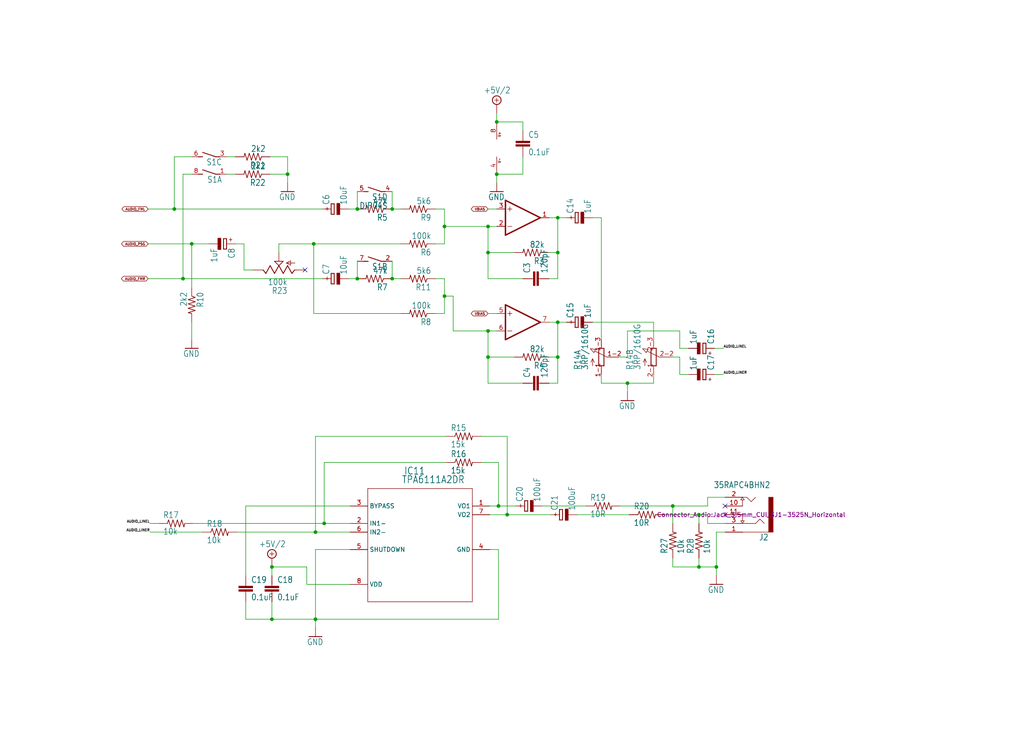
<source format=kicad_sch>
(kicad_sch (version 20230121) (generator eeschema)
  (paper "User" 298.45 217.881)
  (lib_symbols
    (symbol "MegaGRRLDesktop-eagle-import:+5V{slash}2" (power)
      (property "Value" "+5V{slash}2" (at -3.81 3.175 0))
      (symbol "+5V{slash}2_1_0"
        (polyline (pts (xy -0.635 1.27) (xy 0.635 1.27)) (stroke (width 0.1524)))
        (polyline (pts (xy 0 0.635) (xy 0 1.905)) (stroke (width 0.1524)))
        (circle (center 0 1.27) (radius 1.27) (stroke (width 0.254)))
        (pin power_in line (at 0 -2.54 90) (length 2.54) (name "+5V/2") (number "1"))
      )
    )
    (symbol "MegaGRRLDesktop-eagle-import:35RAPC4BHN2"
      (property "Reference" "J" (at -5.0897 5.5987 0))
      (property "Value" "35RAPC4BHN2" (at -5.0915 -7.6373 0))
      (symbol "35RAPC4BHN2_1_0"
        (rectangle (start -6.3704 -5.0963) (end -5.08 5.08) (fill (type outline)))
        (polyline (pts (xy -2.54 1.27) (xy -3.81 2.54)) (stroke (width 0.1524)))
        (polyline (pts (xy -1.27 -5.08) (xy 0 -3.81)) (stroke (width 0.1524)))
        (polyline (pts (xy -1.27 2.54) (xy -2.54 1.27)) (stroke (width 0.1524)))
        (polyline (pts (xy 0 -3.81) (xy 1.27 -5.08)) (stroke (width 0.1524)))
        (polyline (pts (xy 1.27 -5.08) (xy 2.54 -5.08)) (stroke (width 0.1524)))
        (polyline (pts (xy 2.032 -4.318) (xy 2.54 -5.08)) (stroke (width 0.1524)))
        (polyline (pts (xy 2.032 1.778) (xy 2.54 1.778)) (stroke (width 0.1524)))
        (polyline (pts (xy 2.54 -5.08) (xy 3.048 -4.318)) (stroke (width 0.1524)))
        (polyline (pts (xy 2.54 -4.318) (xy 2.032 -4.318)) (stroke (width 0.1524)))
        (polyline (pts (xy 2.54 -4.318) (xy 2.54 -2.54)) (stroke (width 0.1524)))
        (polyline (pts (xy 2.54 1.778) (xy 2.54 0)) (stroke (width 0.1524)))
        (polyline (pts (xy 2.54 1.778) (xy 3.048 1.778)) (stroke (width 0.1524)))
        (polyline (pts (xy 2.54 2.54) (xy -1.27 2.54)) (stroke (width 0.1524)))
        (polyline (pts (xy 2.54 2.54) (xy 2.032 1.778)) (stroke (width 0.1524)))
        (polyline (pts (xy 2.54 5.08) (xy -5.08 5.08)) (stroke (width 0.1524)))
        (polyline (pts (xy 3.048 -4.318) (xy 2.54 -4.318)) (stroke (width 0.1524)))
        (polyline (pts (xy 3.048 1.778) (xy 2.54 2.54)) (stroke (width 0.1524)))
        (polyline (pts (xy 3.81 2.54) (xy 2.54 2.54)) (stroke (width 0.1524)))
        (pin passive line (at 7.62 5.08 180) (length 5.08) (name "SLEEVE") (number "1"))
        (pin passive line (at 7.62 -2.54 180) (length 5.08) (name "TSH") (number "10"))
        (pin passive line (at 7.62 0 180) (length 5.08) (name "RSH") (number "11"))
        (pin passive line (at 7.62 -5.08 180) (length 5.08) (name "TIP") (number "2"))
        (pin passive line (at 7.62 2.54 180) (length 5.08) (name "RING") (number "3"))
      )
    )
    (symbol "MegaGRRLDesktop-eagle-import:3RP{slash}1610G"
      (property "Reference" "R" (at -5.969 -3.81 90))
      (property "Value" "3RP{slash}1610G" (at -3.81 -3.81 90))
      (symbol "3RP{slash}1610G_1_0"
        (polyline (pts (xy -3.1989 2.4495) (xy -1.7018 2.2352)) (stroke (width 0.1524)))
        (polyline (pts (xy -2.54 -2.54) (xy -2.54 -0.508)) (stroke (width 0.1524)))
        (polyline (pts (xy -2.54 -0.508) (xy -3.048 -1.524)) (stroke (width 0.1524)))
        (polyline (pts (xy -2.54 -0.508) (xy -2.032 -1.524)) (stroke (width 0.1524)))
        (polyline (pts (xy -2.1597 1.2939) (xy -3.1989 2.4495)) (stroke (width 0.1524)))
        (polyline (pts (xy -2.1597 1.2939) (xy -1.7018 2.2352)) (stroke (width 0.1524)))
        (polyline (pts (xy -0.762 -2.54) (xy 0.762 -2.54)) (stroke (width 0.254)))
        (polyline (pts (xy -0.762 2.54) (xy -0.762 -2.54)) (stroke (width 0.254)))
        (polyline (pts (xy 0.762 -2.54) (xy 0.762 2.54)) (stroke (width 0.254)))
        (polyline (pts (xy 0.762 2.54) (xy -0.762 2.54)) (stroke (width 0.254)))
        (polyline (pts (xy 1.651 0) (xy -1.8796 1.7526)) (stroke (width 0.1524)))
        (polyline (pts (xy 2.54 0) (xy 1.651 0)) (stroke (width 0.1524)))
        (pin passive line (at 0 -5.08 90) (length 2.54) (name "A") (number "1-1"))
        (pin passive line (at 5.08 0 180) (length 2.54) (name "S") (number "1-2"))
        (pin passive line (at 0 5.08 270) (length 2.54) (name "E") (number "1-3"))
      )
      (symbol "3RP{slash}1610G_2_0"
        (polyline (pts (xy -3.1989 2.4495) (xy -1.7018 2.2352)) (stroke (width 0.1524)))
        (polyline (pts (xy -2.54 -2.54) (xy -2.54 -0.508)) (stroke (width 0.1524)))
        (polyline (pts (xy -2.54 -0.508) (xy -3.048 -1.524)) (stroke (width 0.1524)))
        (polyline (pts (xy -2.54 -0.508) (xy -2.032 -1.524)) (stroke (width 0.1524)))
        (polyline (pts (xy -2.1597 1.2939) (xy -3.1989 2.4495)) (stroke (width 0.1524)))
        (polyline (pts (xy -2.1597 1.2939) (xy -1.7018 2.2352)) (stroke (width 0.1524)))
        (polyline (pts (xy -0.762 -2.54) (xy 0.762 -2.54)) (stroke (width 0.254)))
        (polyline (pts (xy -0.762 2.54) (xy -0.762 -2.54)) (stroke (width 0.254)))
        (polyline (pts (xy 0.762 -2.54) (xy 0.762 2.54)) (stroke (width 0.254)))
        (polyline (pts (xy 0.762 2.54) (xy -0.762 2.54)) (stroke (width 0.254)))
        (polyline (pts (xy 1.651 0) (xy -1.8796 1.7526)) (stroke (width 0.1524)))
        (polyline (pts (xy 2.54 0) (xy 1.651 0)) (stroke (width 0.1524)))
        (pin passive line (at 0 -5.08 90) (length 2.54) (name "A") (number "2-1"))
        (pin passive line (at 5.08 0 180) (length 2.54) (name "S") (number "2-2"))
        (pin passive line (at 0 5.08 270) (length 2.54) (name "E") (number "2-3"))
      )
    )
    (symbol "MegaGRRLDesktop-eagle-import:C-EU025-024X044"
      (property "Reference" "C" (at 1.524 0.381 0))
      (property "Value" "C-EU025-024X044" (at 1.524 -4.699 0))
      (symbol "C-EU025-024X044_1_0"
        (rectangle (start -2.032 -2.032) (end 2.032 -1.524) (fill (type outline)))
        (rectangle (start -2.032 -1.016) (end 2.032 -0.508) (fill (type outline)))
        (polyline (pts (xy 0 -2.54) (xy 0 -2.032)) (stroke (width 0.1524)))
        (polyline (pts (xy 0 0) (xy 0 -0.508)) (stroke (width 0.1524)))
        (pin passive line (at 0 2.54 270) (length 2.54) (name "1") (number "1"))
        (pin passive line (at 0 -5.08 90) (length 2.54) (name "2") (number "2"))
      )
    )
    (symbol "MegaGRRLDesktop-eagle-import:CPOL-EUE2-4"
      (property "Reference" "C" (at 1.143 0.4826 0))
      (property "Value" "CPOL-EUE2-4" (at 1.143 -4.5974 0))
      (symbol "CPOL-EUE2-4_1_0"
        (rectangle (start -1.651 -2.54) (end 1.651 -1.651) (fill (type outline)))
        (polyline (pts (xy -1.524 -0.889) (xy 1.524 -0.889)) (stroke (width 0.254)))
        (polyline (pts (xy -1.524 0) (xy -1.524 -0.889)) (stroke (width 0.254)))
        (polyline (pts (xy -1.524 0) (xy 1.524 0)) (stroke (width 0.254)))
        (polyline (pts (xy 1.524 -0.889) (xy 1.524 0)) (stroke (width 0.254)))
        (text "+" (at -0.5842 0.4064 900) (effects (font (size 1.27 1.0795)) (justify left bottom)))
        (pin passive line (at 0 2.54 270) (length 2.54) (name "+") (number "+"))
        (pin passive line (at 0 -5.08 90) (length 2.54) (name "-") (number "-"))
      )
    )
    (symbol "MegaGRRLDesktop-eagle-import:CPOL-EUE2.5-5"
      (property "Reference" "C" (at 1.143 0.4826 0))
      (property "Value" "CPOL-EUE2.5-5" (at 1.143 -4.5974 0))
      (symbol "CPOL-EUE2.5-5_1_0"
        (rectangle (start -1.651 -2.54) (end 1.651 -1.651) (fill (type outline)))
        (polyline (pts (xy -1.524 -0.889) (xy 1.524 -0.889)) (stroke (width 0.254)))
        (polyline (pts (xy -1.524 0) (xy -1.524 -0.889)) (stroke (width 0.254)))
        (polyline (pts (xy -1.524 0) (xy 1.524 0)) (stroke (width 0.254)))
        (polyline (pts (xy 1.524 -0.889) (xy 1.524 0)) (stroke (width 0.254)))
        (text "+" (at -0.5842 0.4064 900) (effects (font (size 1.27 1.0795)) (justify left bottom)))
        (pin passive line (at 0 2.54 270) (length 2.54) (name "+") (number "+"))
        (pin passive line (at 0 -5.08 90) (length 2.54) (name "-") (number "-"))
      )
    )
    (symbol "MegaGRRLDesktop-eagle-import:CPOL-EUE2.5-7"
      (property "Reference" "C" (at 1.143 0.4826 0))
      (property "Value" "CPOL-EUE2.5-7" (at 1.143 -4.5974 0))
      (symbol "CPOL-EUE2.5-7_1_0"
        (rectangle (start -1.651 -2.54) (end 1.651 -1.651) (fill (type outline)))
        (polyline (pts (xy -1.524 -0.889) (xy 1.524 -0.889)) (stroke (width 0.254)))
        (polyline (pts (xy -1.524 0) (xy -1.524 -0.889)) (stroke (width 0.254)))
        (polyline (pts (xy -1.524 0) (xy 1.524 0)) (stroke (width 0.254)))
        (polyline (pts (xy 1.524 -0.889) (xy 1.524 0)) (stroke (width 0.254)))
        (text "+" (at -0.5842 0.4064 900) (effects (font (size 1.27 1.0795)) (justify left bottom)))
        (pin passive line (at 0 2.54 270) (length 2.54) (name "+") (number "+"))
        (pin passive line (at 0 -5.08 90) (length 2.54) (name "-") (number "-"))
      )
    )
    (symbol "MegaGRRLDesktop-eagle-import:DIP04S"
      (property "Reference" "S" (at 2.54 -3.81 90))
      (property "Value" "DIP04S" (at 5.08 -3.81 90))
      (symbol "DIP04S_1_0"
        (polyline (pts (xy 0 -3.175) (xy 0 -1.905)) (stroke (width 0.254)))
        (polyline (pts (xy 0 -1.905) (xy -1.27 1.905)) (stroke (width 0.254)))
        (polyline (pts (xy 0 1.905) (xy 0 3.175)) (stroke (width 0.254)))
        (pin passive line (at 0 -5.08 90) (length 2.54) (name "1") (number "1"))
        (pin passive line (at 0 5.08 270) (length 2.54) (name "2") (number "8"))
      )
      (symbol "DIP04S_2_0"
        (polyline (pts (xy 0 -3.175) (xy 0 -1.905)) (stroke (width 0.254)))
        (polyline (pts (xy 0 -1.905) (xy -1.27 1.905)) (stroke (width 0.254)))
        (polyline (pts (xy 0 1.905) (xy 0 3.175)) (stroke (width 0.254)))
        (pin passive line (at 0 -5.08 90) (length 2.54) (name "1") (number "2"))
        (pin passive line (at 0 5.08 270) (length 2.54) (name "2") (number "7"))
      )
      (symbol "DIP04S_3_0"
        (polyline (pts (xy 0 -3.175) (xy 0 -1.905)) (stroke (width 0.254)))
        (polyline (pts (xy 0 -1.905) (xy -1.27 1.905)) (stroke (width 0.254)))
        (polyline (pts (xy 0 1.905) (xy 0 3.175)) (stroke (width 0.254)))
        (pin passive line (at 0 -5.08 90) (length 2.54) (name "1") (number "3"))
        (pin passive line (at 0 5.08 270) (length 2.54) (name "2") (number "6"))
      )
      (symbol "DIP04S_4_0"
        (polyline (pts (xy 0 -3.175) (xy 0 -1.905)) (stroke (width 0.254)))
        (polyline (pts (xy 0 -1.905) (xy -1.27 1.905)) (stroke (width 0.254)))
        (polyline (pts (xy 0 1.905) (xy 0 3.175)) (stroke (width 0.254)))
        (pin passive line (at 0 -5.08 90) (length 2.54) (name "1") (number "4"))
        (pin passive line (at 0 5.08 270) (length 2.54) (name "2") (number "5"))
      )
    )
    (symbol "MegaGRRLDesktop-eagle-import:GND" (power)
      (property "Value" "GND" (at -2.54 -2.54 0))
      (symbol "GND_1_0"
        (polyline (pts (xy -1.905 0) (xy 1.905 0)) (stroke (width 0.254)))
        (pin power_in line (at 0 2.54 270) (length 2.54) (name "GND") (number "1"))
      )
    )
    (symbol "MegaGRRLDesktop-eagle-import:NE5532N"
      (symbol "NE5532N_1_0"
        (polyline (pts (xy -5.08 -5.08) (xy 5.08 0)) (stroke (width 0.4064)))
        (polyline (pts (xy -5.08 5.08) (xy -5.08 -5.08)) (stroke (width 0.4064)))
        (polyline (pts (xy -4.445 -2.54) (xy -3.175 -2.54)) (stroke (width 0.1524)))
        (polyline (pts (xy -4.445 2.54) (xy -3.175 2.54)) (stroke (width 0.1524)))
        (polyline (pts (xy -3.81 3.175) (xy -3.81 1.905)) (stroke (width 0.1524)))
        (polyline (pts (xy 5.08 0) (xy -5.08 5.08)) (stroke (width 0.4064)))
        (pin output line (at 7.62 0 180) (length 2.54) (name "OUT") (number "1"))
        (pin input line (at -7.62 -2.54 0) (length 2.54) (name "-IN") (number "2"))
        (pin input line (at -7.62 2.54 0) (length 2.54) (name "+IN") (number "3"))
      )
      (symbol "NE5532N_2_0"
        (polyline (pts (xy -5.08 -5.08) (xy 5.08 0)) (stroke (width 0.4064)))
        (polyline (pts (xy -5.08 5.08) (xy -5.08 -5.08)) (stroke (width 0.4064)))
        (polyline (pts (xy -4.445 -2.54) (xy -3.175 -2.54)) (stroke (width 0.1524)))
        (polyline (pts (xy -4.445 2.54) (xy -3.175 2.54)) (stroke (width 0.1524)))
        (polyline (pts (xy -3.81 3.175) (xy -3.81 1.905)) (stroke (width 0.1524)))
        (polyline (pts (xy 5.08 0) (xy -5.08 5.08)) (stroke (width 0.4064)))
        (pin input line (at -7.62 2.54 0) (length 2.54) (name "+IN") (number "5"))
        (pin input line (at -7.62 -2.54 0) (length 2.54) (name "-IN") (number "6"))
        (pin output line (at 7.62 0 180) (length 2.54) (name "OUT") (number "7"))
      )
      (symbol "NE5532N_3_0"
        (text "V+" (at 1.27 3.175 900) (effects (font (size 0.8128 0.6908)) (justify left bottom)))
        (text "V-" (at 1.27 -4.445 900) (effects (font (size 0.8128 0.6908)) (justify left bottom)))
        (pin power_in line (at 0 -7.62 90) (length 5.08) (name "V-") (number "4"))
        (pin power_in line (at 0 7.62 270) (length 5.08) (name "V+") (number "8"))
      )
    )
    (symbol "MegaGRRLDesktop-eagle-import:R-US_0204{slash}7"
      (property "Reference" "R" (at -3.81 1.4986 0))
      (property "Value" "R-US_0204{slash}7" (at -3.81 -3.302 0))
      (symbol "R-US_0204{slash}7_1_0"
        (polyline (pts (xy -2.54 0) (xy -2.159 1.016)) (stroke (width 0.2032)))
        (polyline (pts (xy -2.159 1.016) (xy -1.524 -1.016)) (stroke (width 0.2032)))
        (polyline (pts (xy -1.524 -1.016) (xy -0.889 1.016)) (stroke (width 0.2032)))
        (polyline (pts (xy -0.889 1.016) (xy -0.254 -1.016)) (stroke (width 0.2032)))
        (polyline (pts (xy -0.254 -1.016) (xy 0.381 1.016)) (stroke (width 0.2032)))
        (polyline (pts (xy 0.381 1.016) (xy 1.016 -1.016)) (stroke (width 0.2032)))
        (polyline (pts (xy 1.016 -1.016) (xy 1.651 1.016)) (stroke (width 0.2032)))
        (polyline (pts (xy 1.651 1.016) (xy 2.286 -1.016)) (stroke (width 0.2032)))
        (polyline (pts (xy 2.286 -1.016) (xy 2.54 0)) (stroke (width 0.2032)))
        (pin passive line (at -5.08 0 0) (length 2.54) (name "1") (number "1"))
        (pin passive line (at 5.08 0 180) (length 2.54) (name "2") (number "2"))
      )
    )
    (symbol "MegaGRRLDesktop-eagle-import:TPA6111A2DR"
      (property "Reference" "U" (at 18.1356 9.1186 0))
      (property "Value" "TPA6111A2DR" (at 17.5006 6.5786 0))
      (symbol "TPA6111A2DR_1_0"
        (polyline (pts (xy 7.62 -27.94) (xy 38.1 -27.94)) (stroke (width 0.1524)))
        (polyline (pts (xy 7.62 5.08) (xy 7.62 -27.94)) (stroke (width 0.1524)))
        (polyline (pts (xy 38.1 -27.94) (xy 38.1 5.08)) (stroke (width 0.1524)))
        (polyline (pts (xy 38.1 5.08) (xy 7.62 5.08)) (stroke (width 0.1524)))
        (pin output line (at 43.18 0 180) (length 5.08) (name "VO1") (number "1"))
        (pin input line (at 2.54 -5.08 0) (length 5.08) (name "IN1-") (number "2"))
        (pin input line (at 2.54 0 0) (length 5.08) (name "BYPASS") (number "3"))
        (pin power_in line (at 43.18 -12.7 180) (length 5.08) (name "GND") (number "4"))
        (pin input line (at 2.54 -12.7 0) (length 5.08) (name "SHUTDOWN") (number "5"))
        (pin input line (at 2.54 -7.62 0) (length 5.08) (name "IN2-") (number "6"))
        (pin output line (at 43.18 -2.54 180) (length 5.08) (name "VO2") (number "7"))
        (pin power_in line (at 2.54 -22.86 0) (length 5.08) (name "VDD") (number "8"))
      )
    )
    (symbol "MegaGRRLDesktop-eagle-import:TRIM_US-S64W"
      (property "Reference" "R" (at -5.08 -2.54 90))
      (property "Value" "TRIM_US-S64W" (at -2.54 -2.54 90))
      (symbol "TRIM_US-S64W_1_0"
        (polyline (pts (xy -1.016 -3.81) (xy 1.27 -2.54)) (stroke (width 0.254)))
        (polyline (pts (xy -1.016 -1.27) (xy 1.27 0)) (stroke (width 0.254)))
        (polyline (pts (xy -1.016 1.27) (xy 1.27 2.54)) (stroke (width 0.254)))
        (polyline (pts (xy -1.016 3.81) (xy 0 4.572)) (stroke (width 0.254)))
        (polyline (pts (xy 0 -5.08) (xy 0 -4.572)) (stroke (width 0.1524)))
        (polyline (pts (xy 0 -4.572) (xy -1.016 -3.81)) (stroke (width 0.254)))
        (polyline (pts (xy 0 4.572) (xy 0 5.08)) (stroke (width 0.1524)))
        (polyline (pts (xy 1.27 -2.54) (xy -1.016 -1.27)) (stroke (width 0.254)))
        (polyline (pts (xy 1.27 0) (xy -1.016 1.27)) (stroke (width 0.254)))
        (polyline (pts (xy 1.27 0) (xy 2.54 1.27)) (stroke (width 0.2032)))
        (polyline (pts (xy 1.27 2.54) (xy -1.016 3.81)) (stroke (width 0.254)))
        (polyline (pts (xy 1.397 -3.429) (xy 2.032 -2.159)) (stroke (width 0.1524)))
        (polyline (pts (xy 2.032 -4.699) (xy 2.032 -2.159)) (stroke (width 0.1524)))
        (polyline (pts (xy 2.032 -2.159) (xy 2.667 -3.429)) (stroke (width 0.1524)))
        (polyline (pts (xy 2.54 -1.27) (xy 1.27 0)) (stroke (width 0.2032)))
        (polyline (pts (xy 2.54 1.27) (xy 2.54 -1.27)) (stroke (width 0.2032)))
        (polyline (pts (xy 2.667 -3.429) (xy 1.397 -3.429)) (stroke (width 0.1524)))
        (pin passive line (at 0 -7.62 90) (length 2.54) (name "A") (number "A"))
        (pin passive line (at 0 7.62 270) (length 2.54) (name "E") (number "E"))
        (pin passive line (at 5.08 0 180) (length 2.54) (name "S") (number "S"))
      )
    )
  )
  (junction (at 162.56 73.66))
  (junction (at 114.3 60.96))
  (junction (at 144.78 50.8))
  (junction (at 196.088 147.574))
  (junction (at 104.14 60.96))
  (junction (at 162.56 104.14))
  (junction (at 83.82 50.8))
  (junction (at 91.44 71.12))
  (junction (at 79.248 180.594))
  (junction (at 142.24 96.52))
  (junction (at 142.24 104.14))
  (junction (at 50.8 60.96))
  (junction (at 91.948 155.194))
  (junction (at 91.948 180.594))
  (junction (at 208.788 165.354))
  (junction (at 104.14 81.28))
  (junction (at 162.56 63.5))
  (junction (at 142.24 66.04))
  (junction (at 79.248 165.354))
  (junction (at 129.54 86.36))
  (junction (at 182.88 111.76))
  (junction (at 203.708 150.114))
  (junction (at 55.88 71.12))
  (junction (at 53.34 81.28))
  (junction (at 94.488 152.654))
  (junction (at 145.288 147.574))
  (junction (at 162.56 93.98))
  (junction (at 147.828 150.114))
  (junction (at 142.24 73.66))
  (junction (at 129.54 66.04))
  (junction (at 114.3 81.28))
  (junction (at 144.78 35.56))
  (junction (at 203.708 165.354))
  (no_connect (at 88.9 78.74))
  (no_connect (at 211.328 147.574))
  (no_connect (at 211.328 150.114))
  (wire (pts (xy 182.88 96.52) (xy 198.12 96.52)))
  (wire (pts (xy 162.56 73.66) (xy 162.56 81.28)))
  (wire (pts (xy 129.54 91.44) (xy 127 91.44)))
  (wire (pts (xy 116.84 81.28) (xy 114.3 81.28)))
  (wire (pts (xy 79.248 175.514) (xy 79.248 180.594)))
  (wire (pts (xy 68.58 50.8) (xy 66.04 50.8)))
  (wire (pts (xy 142.24 66.04) (xy 144.78 66.04)))
  (wire (pts (xy 71.628 175.514) (xy 71.628 180.594)))
  (wire (pts (xy 129.54 86.36) (xy 132.08 86.36)))
  (wire (pts (xy 142.24 104.14) (xy 142.24 111.76)))
  (wire (pts (xy 144.78 96.52) (xy 142.24 96.52)))
  (wire (pts (xy 102.108 152.654) (xy 94.488 152.654)))
  (wire (pts (xy 162.56 111.76) (xy 162.56 104.14)))
  (wire (pts (xy 46.228 152.654) (xy 43.688 152.654)))
  (wire (pts (xy 83.82 50.8) (xy 83.82 53.34)))
  (wire (pts (xy 162.56 111.76) (xy 160.02 111.76)))
  (wire (pts (xy 206.248 147.574) (xy 196.088 147.574)))
  (wire (pts (xy 91.948 160.274) (xy 91.948 180.594)))
  (wire (pts (xy 147.828 127.254) (xy 140.208 127.254)))
  (wire (pts (xy 165.1 63.5) (xy 162.56 63.5)))
  (wire (pts (xy 203.708 152.654) (xy 203.708 150.114)))
  (wire (pts (xy 71.628 180.594) (xy 79.248 180.594)))
  (wire (pts (xy 196.088 165.354) (xy 203.708 165.354)))
  (wire (pts (xy 198.12 109.22) (xy 198.12 104.14)))
  (wire (pts (xy 149.86 73.66) (xy 142.24 73.66)))
  (wire (pts (xy 102.108 147.574) (xy 71.628 147.574)))
  (wire (pts (xy 81.28 71.12) (xy 81.28 73.66)))
  (wire (pts (xy 144.78 35.56) (xy 152.4 35.56)))
  (wire (pts (xy 145.288 134.874) (xy 140.208 134.874)))
  (wire (pts (xy 50.8 60.96) (xy 43.18 60.96)))
  (wire (pts (xy 129.54 81.28) (xy 127 81.28)))
  (wire (pts (xy 129.54 60.96) (xy 129.54 66.04)))
  (wire (pts (xy 91.44 71.12) (xy 81.28 71.12)))
  (wire (pts (xy 104.14 76.2) (xy 104.14 81.28)))
  (wire (pts (xy 91.44 71.12) (xy 91.44 91.44)))
  (wire (pts (xy 78.74 45.72) (xy 83.82 45.72)))
  (wire (pts (xy 208.788 155.194) (xy 208.788 165.354)))
  (wire (pts (xy 208.28 101.6) (xy 210.82 101.6)))
  (wire (pts (xy 91.948 127.254) (xy 91.948 155.194)))
  (wire (pts (xy 145.288 147.574) (xy 145.288 134.874)))
  (wire (pts (xy 71.12 78.74) (xy 71.12 71.12)))
  (wire (pts (xy 206.248 145.034) (xy 206.248 147.574)))
  (wire (pts (xy 60.96 71.12) (xy 55.88 71.12)))
  (wire (pts (xy 208.788 165.354) (xy 208.788 167.894)))
  (wire (pts (xy 211.328 145.034) (xy 206.248 145.034)))
  (wire (pts (xy 172.72 63.5) (xy 175.26 63.5)))
  (wire (pts (xy 144.78 50.8) (xy 144.78 53.34)))
  (wire (pts (xy 200.66 101.6) (xy 198.12 101.6)))
  (wire (pts (xy 152.4 35.56) (xy 152.4 38.1)))
  (wire (pts (xy 152.4 45.72) (xy 152.4 50.8)))
  (wire (pts (xy 196.088 162.814) (xy 196.088 165.354)))
  (wire (pts (xy 114.3 76.2) (xy 114.3 81.28)))
  (wire (pts (xy 94.488 134.874) (xy 94.488 152.654)))
  (wire (pts (xy 190.5 111.76) (xy 190.5 109.22)))
  (wire (pts (xy 160.02 73.66) (xy 162.56 73.66)))
  (wire (pts (xy 89.408 170.434) (xy 89.408 165.354)))
  (wire (pts (xy 55.88 50.8) (xy 53.34 50.8)))
  (wire (pts (xy 114.3 55.88) (xy 114.3 60.96)))
  (wire (pts (xy 58.928 155.194) (xy 43.688 155.194)))
  (wire (pts (xy 198.12 104.14) (xy 195.58 104.14)))
  (wire (pts (xy 203.708 150.114) (xy 206.248 150.114)))
  (wire (pts (xy 198.12 96.52) (xy 198.12 101.6)))
  (wire (pts (xy 168.148 150.114) (xy 183.388 150.114)))
  (wire (pts (xy 208.28 109.22) (xy 210.82 109.22)))
  (wire (pts (xy 182.88 104.14) (xy 182.88 96.52)))
  (wire (pts (xy 83.82 45.72) (xy 83.82 50.8)))
  (wire (pts (xy 175.26 111.76) (xy 182.88 111.76)))
  (wire (pts (xy 160.02 63.5) (xy 162.56 63.5)))
  (wire (pts (xy 142.24 81.28) (xy 142.24 73.66)))
  (wire (pts (xy 66.04 45.72) (xy 68.58 45.72)))
  (wire (pts (xy 102.108 160.274) (xy 91.948 160.274)))
  (wire (pts (xy 145.288 147.574) (xy 150.368 147.574)))
  (wire (pts (xy 79.248 180.594) (xy 91.948 180.594)))
  (wire (pts (xy 73.66 78.74) (xy 71.12 78.74)))
  (wire (pts (xy 145.288 160.274) (xy 145.288 180.594)))
  (wire (pts (xy 104.14 55.88) (xy 104.14 60.96)))
  (wire (pts (xy 89.408 165.354) (xy 79.248 165.354)))
  (wire (pts (xy 149.86 104.14) (xy 142.24 104.14)))
  (wire (pts (xy 162.56 81.28) (xy 160.02 81.28)))
  (wire (pts (xy 130.048 127.254) (xy 91.948 127.254)))
  (wire (pts (xy 91.44 91.44) (xy 116.84 91.44)))
  (wire (pts (xy 142.24 73.66) (xy 142.24 66.04)))
  (wire (pts (xy 102.108 170.434) (xy 89.408 170.434)))
  (wire (pts (xy 144.78 33.02) (xy 144.78 35.56)))
  (wire (pts (xy 129.54 86.36) (xy 129.54 91.44)))
  (wire (pts (xy 129.54 60.96) (xy 127 60.96)))
  (wire (pts (xy 142.24 96.52) (xy 142.24 104.14)))
  (wire (pts (xy 175.26 109.22) (xy 175.26 111.76)))
  (wire (pts (xy 160.02 93.98) (xy 162.56 93.98)))
  (wire (pts (xy 193.548 150.114) (xy 203.708 150.114)))
  (wire (pts (xy 101.6 60.96) (xy 104.14 60.96)))
  (wire (pts (xy 196.088 152.654) (xy 196.088 147.574)))
  (wire (pts (xy 144.78 60.96) (xy 142.24 60.96)))
  (wire (pts (xy 182.88 111.76) (xy 190.5 111.76)))
  (wire (pts (xy 91.948 180.594) (xy 91.948 183.134)))
  (wire (pts (xy 160.02 104.14) (xy 162.56 104.14)))
  (wire (pts (xy 175.26 99.06) (xy 175.26 63.5)))
  (wire (pts (xy 162.56 93.98) (xy 162.56 104.14)))
  (wire (pts (xy 165.1 93.98) (xy 162.56 93.98)))
  (wire (pts (xy 152.4 111.76) (xy 142.24 111.76)))
  (wire (pts (xy 50.8 45.72) (xy 50.8 60.96)))
  (wire (pts (xy 55.88 71.12) (xy 43.18 71.12)))
  (wire (pts (xy 190.5 93.98) (xy 190.5 99.06)))
  (wire (pts (xy 129.54 66.04) (xy 142.24 66.04)))
  (wire (pts (xy 53.34 50.8) (xy 53.34 81.28)))
  (wire (pts (xy 102.108 155.194) (xy 91.948 155.194)))
  (wire (pts (xy 142.748 147.574) (xy 145.288 147.574)))
  (wire (pts (xy 79.248 165.354) (xy 79.248 167.894)))
  (wire (pts (xy 182.88 111.76) (xy 182.88 114.3)))
  (wire (pts (xy 55.88 93.98) (xy 55.88 99.06)))
  (wire (pts (xy 142.748 150.114) (xy 147.828 150.114)))
  (wire (pts (xy 94.488 152.654) (xy 56.388 152.654)))
  (wire (pts (xy 71.628 147.574) (xy 71.628 167.894)))
  (wire (pts (xy 172.72 93.98) (xy 190.5 93.98)))
  (wire (pts (xy 101.6 81.28) (xy 104.14 81.28)))
  (wire (pts (xy 196.088 147.574) (xy 180.848 147.574)))
  (wire (pts (xy 78.74 50.8) (xy 83.82 50.8)))
  (wire (pts (xy 53.34 81.28) (xy 43.18 81.28)))
  (wire (pts (xy 55.88 45.72) (xy 50.8 45.72)))
  (wire (pts (xy 203.708 165.354) (xy 208.788 165.354)))
  (wire (pts (xy 200.66 109.22) (xy 198.12 109.22)))
  (wire (pts (xy 132.08 86.36) (xy 132.08 96.52)))
  (wire (pts (xy 130.048 134.874) (xy 94.488 134.874)))
  (wire (pts (xy 147.828 150.114) (xy 160.528 150.114)))
  (wire (pts (xy 91.44 71.12) (xy 116.84 71.12)))
  (wire (pts (xy 55.88 71.12) (xy 55.88 83.82)))
  (wire (pts (xy 206.248 152.654) (xy 211.328 152.654)))
  (wire (pts (xy 142.748 160.274) (xy 145.288 160.274)))
  (wire (pts (xy 203.708 165.354) (xy 203.708 162.814)))
  (wire (pts (xy 93.98 81.28) (xy 53.34 81.28)))
  (wire (pts (xy 129.54 66.04) (xy 129.54 71.12)))
  (wire (pts (xy 157.988 147.574) (xy 170.688 147.574)))
  (wire (pts (xy 180.34 104.14) (xy 182.88 104.14)))
  (wire (pts (xy 147.828 150.114) (xy 147.828 127.254)))
  (wire (pts (xy 129.54 71.12) (xy 127 71.12)))
  (wire (pts (xy 152.4 50.8) (xy 144.78 50.8)))
  (wire (pts (xy 145.288 180.594) (xy 91.948 180.594)))
  (wire (pts (xy 211.328 155.194) (xy 208.788 155.194)))
  (wire (pts (xy 116.84 60.96) (xy 114.3 60.96)))
  (wire (pts (xy 132.08 96.52) (xy 142.24 96.52)))
  (wire (pts (xy 93.98 60.96) (xy 50.8 60.96)))
  (wire (pts (xy 162.56 63.5) (xy 162.56 73.66)))
  (wire (pts (xy 152.4 81.28) (xy 142.24 81.28)))
  (wire (pts (xy 206.248 150.114) (xy 206.248 152.654)))
  (wire (pts (xy 129.54 81.28) (xy 129.54 86.36)))
  (wire (pts (xy 144.78 91.44) (xy 142.24 91.44)))
  (wire (pts (xy 91.948 155.194) (xy 69.088 155.194)))
  (wire (pts (xy 71.12 71.12) (xy 68.58 71.12)))
  (label "AUDIO_LINEL" (at 43.688 152.654 180) (effects (font (size 0.7112 0.7112))))
  (label "AUDIO_LINEL" (at 210.82 101.6 0) (effects (font (size 0.7112 0.7112))))
  (label "AUDIO_LINER" (at 43.688 155.194 180) (effects (font (size 0.7112 0.7112))))
  (label "AUDIO_LINER" (at 210.82 109.22 0) (effects (font (size 0.7112 0.7112))))
  (global_label "AUDIO_PSG" (shape bidirectional) (at 43.18 71.12 180) (effects (font (size 0.7112 0.7112))) (property "Intersheetrefs" "${INTERSHEET_REFS}" (effects hide)))
  (global_label "VBIAS" (shape bidirectional) (at 142.24 60.96 180) (effects (font (size 0.7112 0.7112))) (property "Intersheetrefs" "${INTERSHEET_REFS}" (effects hide)))
  (global_label "VBIAS" (shape bidirectional) (at 142.24 91.44 180) (effects (font (size 0.7112 0.7112))) (property "Intersheetrefs" "${INTERSHEET_REFS}" (effects hide)))
  (global_label "AUDIO_FMR" (shape bidirectional) (at 43.18 81.28 180) (effects (font (size 0.7112 0.7112))) (property "Intersheetrefs" "${INTERSHEET_REFS}" (effects hide)))
  (global_label "AUDIO_FML" (shape bidirectional) (at 43.18 60.96 180) (effects (font (size 0.7112 0.7112))) (property "Intersheetrefs" "${INTERSHEET_REFS}" (effects hide)))
  (symbol (lib_id "MegaGRRLDesktop-eagle-import:R-US_0204{slash}7") (at 175.768 147.574 0) (unit 1)
    (property "Reference" "R19" (at 171.958 146.0754 0) (effects (font (size 1.778 1.5113)) (justify left bottom)))
    (property "Value" "10R" (at 171.958 150.876 0) (effects (font (size 1.778 1.5113)) (justify left bottom)))
    (property "Footprint" "MegaGRRLDesktop:0204_7" (effects hide))
  )
  (symbol (lib_id "MegaGRRLDesktop-eagle-import:C-EU025-024X044") (at 154.94 111.76 90) (unit 1)
    (property "Reference" "C4" (at 154.559 110.236 0) (effects (font (size 1.778 1.5113)) (justify left bottom)))
    (property "Value" "120pF" (at 159.639 110.236 0) (effects (font (size 1.778 1.5113)) (justify left bottom)))
    (property "Footprint" "MegaGRRLDesktop:C025-024X044" (effects hide))
  )
  (symbol (lib_id "MegaGRRLDesktop-eagle-import:CPOL-EUE2.5-5") (at 96.52 81.28 90) (unit 1)
    (property "Reference" "C7" (at 96.0374 80.137 0) (effects (font (size 1.778 1.5113)) (justify left bottom)))
    (property "Value" "10uF" (at 101.1174 80.137 0) (effects (font (size 1.778 1.5113)) (justify left bottom)))
    (property "Footprint" "MegaGRRLDesktop:E2,5-5" (effects hide))
  )
  (symbol (lib_id "MegaGRRLDesktop-eagle-import:TRIM_US-S64W") (at 81.28 78.74 90) (unit 1)
    (property "Reference" "R23" (at 83.82 83.82 90) (effects (font (size 1.778 1.5113)) (justify left bottom)))
    (property "Value" "100k" (at 83.82 81.28 90) (effects (font (size 1.778 1.5113)) (justify left bottom)))
    (property "Footprint" "MegaGRRLDesktop:S64W" (effects hide))
  )
  (symbol (lib_id "MegaGRRLDesktop-eagle-import:NE5532N") (at 144.78 43.18 0) (unit 3)
    (property "Reference" "IC5" (effects hide))
    (property "Value" "NE5532N" (effects hide))
    (property "Footprint" "MegaGRRLDesktop:DIL08" (effects hide))
  )
  (symbol (lib_id "MegaGRRLDesktop-eagle-import:GND") (at 182.88 116.84 0) (unit 1)
    (property "Reference" "#GND017" (effects hide))
    (property "Value" "GND" (at 180.34 119.38 0) (effects (font (size 1.778 1.5113)) (justify left bottom)))
    (property "Footprint" "MegaGRRLDesktop:" (effects hide))
  )
  (symbol (lib_id "MegaGRRLDesktop-eagle-import:DIP04S") (at 60.96 50.8 90) (mirror x) (unit 1)
    (property "Reference" "S1" (at 64.77 53.34 90) (effects (font (size 1.778 1.5113)) (justify left bottom)))
    (property "Value" "DIP04S" (effects hide))
    (property "Footprint" "MegaGRRLDesktop:DIP04S" (effects hide))
  )
  (symbol (lib_id "MegaGRRLDesktop-eagle-import:CPOL-EUE2-4") (at 205.74 109.22 270) (mirror x) (unit 1)
    (property "Reference" "C17" (at 206.2226 108.077 0) (effects (font (size 1.778 1.5113)) (justify left bottom)))
    (property "Value" "1uF" (at 201.1426 108.077 0) (effects (font (size 1.778 1.5113)) (justify left bottom)))
    (property "Footprint" "MegaGRRLDesktop:E2-4" (effects hide))
  )
  (symbol (lib_id "MegaGRRLDesktop-eagle-import:+5V{slash}2") (at 79.248 162.814 0) (unit 1)
    (property "Reference" "#SUPPLY03" (effects hide))
    (property "Value" "+5V{slash}2" (at 75.438 159.639 0) (effects (font (size 1.778 1.5113)) (justify left bottom)))
    (property "Footprint" "MegaGRRLDesktop:" (effects hide))
  )
  (symbol (lib_id "MegaGRRLDesktop-eagle-import:CPOL-EUE2.5-5") (at 96.52 60.96 90) (unit 1)
    (property "Reference" "C6" (at 96.0374 59.817 0) (effects (font (size 1.778 1.5113)) (justify left bottom)))
    (property "Value" "10uF" (at 101.1174 59.817 0) (effects (font (size 1.778 1.5113)) (justify left bottom)))
    (property "Footprint" "MegaGRRLDesktop:E2,5-5" (effects hide))
  )
  (symbol (lib_id "MegaGRRLDesktop-eagle-import:C-EU025-024X044") (at 154.94 81.28 90) (unit 1)
    (property "Reference" "C3" (at 154.559 79.756 0) (effects (font (size 1.778 1.5113)) (justify left bottom)))
    (property "Value" "120pF" (at 159.639 79.756 0) (effects (font (size 1.778 1.5113)) (justify left bottom)))
    (property "Footprint" "MegaGRRLDesktop:C025-024X044" (effects hide))
  )
  (symbol (lib_id "MegaGRRLDesktop-eagle-import:C-EU025-024X044") (at 79.248 170.434 0) (unit 1)
    (property "Reference" "C18" (at 80.772 170.053 0) (effects (font (size 1.778 1.5113)) (justify left bottom)))
    (property "Value" "0.1uF" (at 80.772 175.133 0) (effects (font (size 1.778 1.5113)) (justify left bottom)))
    (property "Footprint" "MegaGRRLDesktop:C025-024X044" (effects hide))
  )
  (symbol (lib_id "MegaGRRLDesktop-eagle-import:R-US_0204{slash}7") (at 109.22 81.28 180) (unit 1)
    (property "Reference" "R7" (at 113.03 82.7786 0) (effects (font (size 1.778 1.5113)) (justify left bottom)))
    (property "Value" "47k" (at 113.03 77.978 0) (effects (font (size 1.778 1.5113)) (justify left bottom)))
    (property "Footprint" "MegaGRRLDesktop:0204_7" (effects hide))
  )
  (symbol (lib_id "MegaGRRLDesktop-eagle-import:CPOL-EUE2.5-7") (at 163.068 150.114 90) (unit 1)
    (property "Reference" "C21" (at 162.5854 148.971 0) (effects (font (size 1.778 1.5113)) (justify left bottom)))
    (property "Value" "100uF" (at 167.6654 148.971 0) (effects (font (size 1.778 1.5113)) (justify left bottom)))
    (property "Footprint" "MegaGRRLDesktop:E2,5-7" (effects hide))
  )
  (symbol (lib_id "MegaGRRLDesktop-eagle-import:NE5532N") (at 152.4 93.98 0) (unit 2)
    (property "Reference" "IC5" (effects hide))
    (property "Value" "NE5532N" (effects hide))
    (property "Footprint" "MegaGRRLDesktop:DIL08" (effects hide))
  )
  (symbol (lib_id "MegaGRRLDesktop-eagle-import:CPOL-EUE2-4") (at 205.74 101.6 270) (mirror x) (unit 1)
    (property "Reference" "C16" (at 206.2226 100.457 0) (effects (font (size 1.778 1.5113)) (justify left bottom)))
    (property "Value" "1uF" (at 201.1426 100.457 0) (effects (font (size 1.778 1.5113)) (justify left bottom)))
    (property "Footprint" "MegaGRRLDesktop:E2-4" (effects hide))
  )
  (symbol (lib_id "MegaGRRLDesktop-eagle-import:R-US_0204{slash}7") (at 121.92 60.96 180) (unit 1)
    (property "Reference" "R9" (at 125.73 62.4586 0) (effects (font (size 1.778 1.5113)) (justify left bottom)))
    (property "Value" "5k6" (at 125.73 57.658 0) (effects (font (size 1.778 1.5113)) (justify left bottom)))
    (property "Footprint" "MegaGRRLDesktop:0204_7" (effects hide))
  )
  (symbol (lib_id "MegaGRRLDesktop-eagle-import:35RAPC4BHN2") (at 218.948 150.114 180) (unit 1)
    (property "Reference" "J2" (at 224.0377 155.7128 0) (effects (font (size 1.7814 1.5141)) (justify left bottom)))
    (property "Value" "35RAPC4BHN2" (at 224.536 140.462 0) (effects (font (size 1.782 1.5147)) (justify left bottom)))
    (property "Footprint" "Connector_Audio:Jack_3.5mm_CUI_SJ1-3525N_Horizontal" (at 218.948 150.114 0))
  )
  (symbol (lib_id "MegaGRRLDesktop-eagle-import:R-US_0204{slash}7") (at 55.88 88.9 270) (unit 1)
    (property "Reference" "R10" (at 57.3786 85.09 0) (effects (font (size 1.778 1.5113)) (justify left bottom)))
    (property "Value" "2k2" (at 52.578 85.09 0) (effects (font (size 1.778 1.5113)) (justify left bottom)))
    (property "Footprint" "MegaGRRLDesktop:0204_7" (effects hide))
  )
  (symbol (lib_id "MegaGRRLDesktop-eagle-import:C-EU025-024X044") (at 152.4 40.64 0) (unit 1)
    (property "Reference" "C5" (at 153.924 40.259 0) (effects (font (size 1.778 1.5113)) (justify left bottom)))
    (property "Value" "0.1uF" (at 153.924 45.339 0) (effects (font (size 1.778 1.5113)) (justify left bottom)))
    (property "Footprint" "MegaGRRLDesktop:C025-024X044" (effects hide))
  )
  (symbol (lib_id "MegaGRRLDesktop-eagle-import:CPOL-EUE2-4") (at 66.04 71.12 270) (unit 1)
    (property "Reference" "C8" (at 66.5226 72.263 0) (effects (font (size 1.778 1.5113)) (justify left bottom)))
    (property "Value" "1uF" (at 61.4426 72.263 0) (effects (font (size 1.778 1.5113)) (justify left bottom)))
    (property "Footprint" "MegaGRRLDesktop:E2-4" (effects hide))
  )
  (symbol (lib_id "MegaGRRLDesktop-eagle-import:DIP04S") (at 109.22 76.2 90) (mirror x) (unit 2)
    (property "Reference" "S1" (at 113.03 78.74 90) (effects (font (size 1.778 1.5113)) (justify left bottom)))
    (property "Value" "DIP04S" (effects hide))
    (property "Footprint" "MegaGRRLDesktop:DIP04S" (effects hide))
  )
  (symbol (lib_id "MegaGRRLDesktop-eagle-import:R-US_0204{slash}7") (at 121.92 71.12 180) (unit 1)
    (property "Reference" "R6" (at 125.73 72.6186 0) (effects (font (size 1.778 1.5113)) (justify left bottom)))
    (property "Value" "100k" (at 125.73 67.818 0) (effects (font (size 1.778 1.5113)) (justify left bottom)))
    (property "Footprint" "MegaGRRLDesktop:0204_7" (effects hide))
  )
  (symbol (lib_id "MegaGRRLDesktop-eagle-import:R-US_0204{slash}7") (at 135.128 127.254 0) (unit 1)
    (property "Reference" "R15" (at 131.318 125.7554 0) (effects (font (size 1.778 1.5113)) (justify left bottom)))
    (property "Value" "15k" (at 131.318 130.556 0) (effects (font (size 1.778 1.5113)) (justify left bottom)))
    (property "Footprint" "MegaGRRLDesktop:0204_7" (effects hide))
  )
  (symbol (lib_id "MegaGRRLDesktop-eagle-import:GND") (at 91.948 185.674 0) (unit 1)
    (property "Reference" "#GND018" (effects hide))
    (property "Value" "GND" (at 89.408 188.214 0) (effects (font (size 1.778 1.5113)) (justify left bottom)))
    (property "Footprint" "MegaGRRLDesktop:" (effects hide))
  )
  (symbol (lib_id "MegaGRRLDesktop-eagle-import:R-US_0204{slash}7") (at 73.66 45.72 180) (unit 1)
    (property "Reference" "R21" (at 77.47 47.2186 0) (effects (font (size 1.778 1.5113)) (justify left bottom)))
    (property "Value" "2k2" (at 77.47 42.418 0) (effects (font (size 1.778 1.5113)) (justify left bottom)))
    (property "Footprint" "MegaGRRLDesktop:0204_7" (effects hide))
  )
  (symbol (lib_id "MegaGRRLDesktop-eagle-import:C-EU025-024X044") (at 71.628 170.434 0) (unit 1)
    (property "Reference" "C19" (at 73.152 170.053 0) (effects (font (size 1.778 1.5113)) (justify left bottom)))
    (property "Value" "0.1uF" (at 73.152 175.133 0) (effects (font (size 1.778 1.5113)) (justify left bottom)))
    (property "Footprint" "MegaGRRLDesktop:C025-024X044" (effects hide))
  )
  (symbol (lib_id "MegaGRRLDesktop-eagle-import:3RP{slash}1610G") (at 175.26 104.14 0) (unit 1)
    (property "Reference" "R14" (at 169.291 107.95 90) (effects (font (size 1.778 1.5113)) (justify left bottom)))
    (property "Value" "3RP{slash}1610G" (at 171.45 107.95 90) (effects (font (size 1.778 1.5113)) (justify left bottom)))
    (property "Footprint" "MegaGRRLDesktop:3RP_1610G" (effects hide))
  )
  (symbol (lib_id "MegaGRRLDesktop-eagle-import:R-US_0204{slash}7") (at 64.008 155.194 0) (unit 1)
    (property "Reference" "R18" (at 60.198 153.6954 0) (effects (font (size 1.778 1.5113)) (justify left bottom)))
    (property "Value" "10k" (at 60.198 158.496 0) (effects (font (size 1.778 1.5113)) (justify left bottom)))
    (property "Footprint" "MegaGRRLDesktop:0204_7" (effects hide))
  )
  (symbol (lib_id "MegaGRRLDesktop-eagle-import:R-US_0204{slash}7") (at 51.308 152.654 0) (unit 1)
    (property "Reference" "R17" (at 47.498 151.1554 0) (effects (font (size 1.778 1.5113)) (justify left bottom)))
    (property "Value" "10k" (at 47.498 155.956 0) (effects (font (size 1.778 1.5113)) (justify left bottom)))
    (property "Footprint" "MegaGRRLDesktop:0204_7" (effects hide))
  )
  (symbol (lib_id "MegaGRRLDesktop-eagle-import:GND") (at 208.788 170.434 0) (unit 1)
    (property "Reference" "#GND019" (effects hide))
    (property "Value" "GND" (at 206.248 172.974 0) (effects (font (size 1.778 1.5113)) (justify left bottom)))
    (property "Footprint" "MegaGRRLDesktop:" (effects hide))
  )
  (symbol (lib_id "MegaGRRLDesktop-eagle-import:GND") (at 144.78 55.88 0) (unit 1)
    (property "Reference" "#GND08" (effects hide))
    (property "Value" "GND" (at 142.24 58.42 0) (effects (font (size 1.778 1.5113)) (justify left bottom)))
    (property "Footprint" "MegaGRRLDesktop:" (effects hide))
  )
  (symbol (lib_id "MegaGRRLDesktop-eagle-import:R-US_0204{slash}7") (at 203.708 157.734 90) (unit 1)
    (property "Reference" "R28" (at 202.2094 161.544 0) (effects (font (size 1.778 1.5113)) (justify left bottom)))
    (property "Value" "10k" (at 207.01 161.544 0) (effects (font (size 1.778 1.5113)) (justify left bottom)))
    (property "Footprint" "MegaGRRLDesktop:0204_7" (effects hide))
  )
  (symbol (lib_id "MegaGRRLDesktop-eagle-import:GND") (at 55.88 101.6 0) (unit 1)
    (property "Reference" "#GND09" (effects hide))
    (property "Value" "GND" (at 53.34 104.14 0) (effects (font (size 1.778 1.5113)) (justify left bottom)))
    (property "Footprint" "MegaGRRLDesktop:" (effects hide))
  )
  (symbol (lib_id "MegaGRRLDesktop-eagle-import:R-US_0204{slash}7") (at 154.94 73.66 180) (unit 1)
    (property "Reference" "R3" (at 158.75 75.1586 0) (effects (font (size 1.778 1.5113)) (justify left bottom)))
    (property "Value" "82k" (at 158.75 70.358 0) (effects (font (size 1.778 1.5113)) (justify left bottom)))
    (property "Footprint" "MegaGRRLDesktop:0204_7" (effects hide))
  )
  (symbol (lib_id "MegaGRRLDesktop-eagle-import:CPOL-EUE2.5-7") (at 152.908 147.574 90) (unit 1)
    (property "Reference" "C20" (at 152.4254 146.431 0) (effects (font (size 1.778 1.5113)) (justify left bottom)))
    (property "Value" "100uF" (at 157.5054 146.431 0) (effects (font (size 1.778 1.5113)) (justify left bottom)))
    (property "Footprint" "MegaGRRLDesktop:E2,5-7" (effects hide))
  )
  (symbol (lib_id "MegaGRRLDesktop-eagle-import:3RP{slash}1610G") (at 190.5 104.14 0) (unit 2)
    (property "Reference" "R14" (at 184.531 107.95 90) (effects (font (size 1.778 1.5113)) (justify left bottom)))
    (property "Value" "3RP{slash}1610G" (at 186.69 107.95 90) (effects (font (size 1.778 1.5113)) (justify left bottom)))
    (property "Footprint" "MegaGRRLDesktop:3RP_1610G" (effects hide))
  )
  (symbol (lib_id "MegaGRRLDesktop-eagle-import:R-US_0204{slash}7") (at 135.128 134.874 0) (unit 1)
    (property "Reference" "R16" (at 131.318 133.3754 0) (effects (font (size 1.778 1.5113)) (justify left bottom)))
    (property "Value" "15k" (at 131.318 138.176 0) (effects (font (size 1.778 1.5113)) (justify left bottom)))
    (property "Footprint" "MegaGRRLDesktop:0204_7" (effects hide))
  )
  (symbol (lib_id "MegaGRRLDesktop-eagle-import:CPOL-EUE2-4") (at 167.64 93.98 90) (unit 1)
    (property "Reference" "C15" (at 167.1574 92.837 0) (effects (font (size 1.778 1.5113)) (justify left bottom)))
    (property "Value" "1uF" (at 172.2374 92.837 0) (effects (font (size 1.778 1.5113)) (justify left bottom)))
    (property "Footprint" "MegaGRRLDesktop:E2-4" (effects hide))
  )
  (symbol (lib_id "MegaGRRLDesktop-eagle-import:DIP04S") (at 109.22 55.88 90) (mirror x) (unit 4)
    (property "Reference" "S1" (at 113.03 58.42 90) (effects (font (size 1.778 1.5113)) (justify left bottom)))
    (property "Value" "DIP04S" (at 113.03 60.96 90) (effects (font (size 1.778 1.5113)) (justify left bottom)))
    (property "Footprint" "MegaGRRLDesktop:DIP04S" (effects hide))
  )
  (symbol (lib_id "MegaGRRLDesktop-eagle-import:R-US_0204{slash}7") (at 154.94 104.14 180) (unit 1)
    (property "Reference" "R4" (at 158.75 105.6386 0) (effects (font (size 1.778 1.5113)) (justify left bottom)))
    (property "Value" "82k" (at 158.75 100.838 0) (effects (font (size 1.778 1.5113)) (justify left bottom)))
    (property "Footprint" "MegaGRRLDesktop:0204_7" (effects hide))
  )
  (symbol (lib_id "MegaGRRLDesktop-eagle-import:+5V{slash}2") (at 144.78 30.48 0) (unit 1)
    (property "Reference" "#SUPPLY04" (effects hide))
    (property "Value" "+5V{slash}2" (at 140.97 27.305 0) (effects (font (size 1.778 1.5113)) (justify left bottom)))
    (property "Footprint" "MegaGRRLDesktop:" (effects hide))
  )
  (symbol (lib_id "MegaGRRLDesktop-eagle-import:R-US_0204{slash}7") (at 109.22 60.96 180) (unit 1)
    (property "Reference" "R5" (at 113.03 62.4586 0) (effects (font (size 1.778 1.5113)) (justify left bottom)))
    (property "Value" "47k" (at 113.03 57.658 0) (effects (font (size 1.778 1.5113)) (justify left bottom)))
    (property "Footprint" "MegaGRRLDesktop:0204_7" (effects hide))
  )
  (symbol (lib_id "MegaGRRLDesktop-eagle-import:R-US_0204{slash}7") (at 121.92 81.28 180) (unit 1)
    (property "Reference" "R11" (at 125.73 82.7786 0) (effects (font (size 1.778 1.5113)) (justify left bottom)))
    (property "Value" "5k6" (at 125.73 77.978 0) (effects (font (size 1.778 1.5113)) (justify left bottom)))
    (property "Footprint" "MegaGRRLDesktop:0204_7" (effects hide))
  )
  (symbol (lib_id "MegaGRRLDesktop-eagle-import:R-US_0204{slash}7") (at 196.088 157.734 90) (unit 1)
    (property "Reference" "R27" (at 194.5894 161.544 0) (effects (font (size 1.778 1.5113)) (justify left bottom)))
    (property "Value" "10k" (at 199.39 161.544 0) (effects (font (size 1.778 1.5113)) (justify left bottom)))
    (property "Footprint" "MegaGRRLDesktop:0204_7" (effects hide))
  )
  (symbol (lib_id "MegaGRRLDesktop-eagle-import:R-US_0204{slash}7") (at 121.92 91.44 180) (unit 1)
    (property "Reference" "R8" (at 125.73 92.9386 0) (effects (font (size 1.778 1.5113)) (justify left bottom)))
    (property "Value" "100k" (at 125.73 88.138 0) (effects (font (size 1.778 1.5113)) (justify left bottom)))
    (property "Footprint" "MegaGRRLDesktop:0204_7" (effects hide))
  )
  (symbol (lib_id "MegaGRRLDesktop-eagle-import:DIP04S") (at 60.96 45.72 90) (mirror x) (unit 3)
    (property "Reference" "S1" (at 64.77 48.26 90) (effects (font (size 1.778 1.5113)) (justify left bottom)))
    (property "Value" "DIP04S" (effects hide))
    (property "Footprint" "MegaGRRLDesktop:DIP04S" (effects hide))
  )
  (symbol (lib_id "MegaGRRLDesktop-eagle-import:GND") (at 83.82 55.88 0) (unit 1)
    (property "Reference" "#GND025" (effects hide))
    (property "Value" "GND" (at 81.28 58.42 0) (effects (font (size 1.778 1.5113)) (justify left bottom)))
    (property "Footprint" "MegaGRRLDesktop:" (effects hide))
  )
  (symbol (lib_id "MegaGRRLDesktop-eagle-import:CPOL-EUE2-4") (at 167.64 63.5 90) (unit 1)
    (property "Reference" "C14" (at 167.1574 62.357 0) (effects (font (size 1.778 1.5113)) (justify left bottom)))
    (property "Value" "1uF" (at 172.2374 62.357 0) (effects (font (size 1.778 1.5113)) (justify left bottom)))
    (property "Footprint" "MegaGRRLDesktop:E2-4" (effects hide))
  )
  (symbol (lib_id "MegaGRRLDesktop-eagle-import:R-US_0204{slash}7") (at 188.468 150.114 0) (unit 1)
    (property "Reference" "R20" (at 184.658 148.6154 0) (effects (font (size 1.778 1.5113)) (justify left bottom)))
    (property "Value" "10R" (at 184.658 153.416 0) (effects (font (size 1.778 1.5113)) (justify left bottom)))
    (property "Footprint" "MegaGRRLDesktop:0204_7" (effects hide))
  )
  (symbol (lib_id "MegaGRRLDesktop-eagle-import:R-US_0204{slash}7") (at 73.66 50.8 180) (unit 1)
    (property "Reference" "R22" (at 77.47 52.2986 0) (effects (font (size 1.778 1.5113)) (justify left bottom)))
    (property "Value" "2k2" (at 77.47 47.498 0) (effects (font (size 1.778 1.5113)) (justify left bottom)))
    (property "Footprint" "MegaGRRLDesktop:0204_7" (effects hide))
  )
  (symbol (lib_id "MegaGRRLDesktop-eagle-import:NE5532N") (at 152.4 63.5 0) (unit 1)
    (property "Reference" "IC5" (effects hide))
    (property "Value" "NE5532N" (effects hide))
    (property "Footprint" "MegaGRRLDesktop:DIL08" (effects hide))
  )
  (symbol (lib_id "MegaGRRLDesktop-eagle-import:TPA6111A2DR") (at 99.568 147.574 0) (unit 1)
    (property "Reference" "IC11" (at 117.7036 138.4554 0) (effects (font (size 2.0828 1.7703)) (justify left bottom)))
    (property "Value" "TPA6111A2DR" (at 117.0686 140.9954 0) (effects (font (size 2.0828 1.7703)) (justify left bottom)))
    (property "Footprint" "MegaGRRLDesktop:D8" (effects hide))
  )
)
</source>
